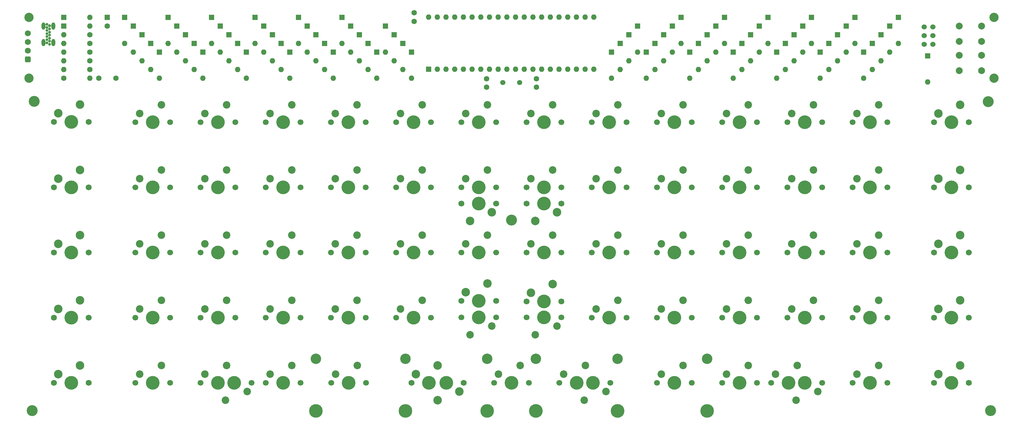
<source format=gbr>
%TF.GenerationSoftware,KiCad,Pcbnew,7.0.6*%
%TF.CreationDate,2024-02-02T12:38:06-05:00*%
%TF.ProjectId,causeway_THT,63617573-6577-4617-995f-5448542e6b69,rev?*%
%TF.SameCoordinates,Original*%
%TF.FileFunction,Soldermask,Top*%
%TF.FilePolarity,Negative*%
%FSLAX46Y46*%
G04 Gerber Fmt 4.6, Leading zero omitted, Abs format (unit mm)*
G04 Created by KiCad (PCBNEW 7.0.6) date 2024-02-02 12:38:06*
%MOMM*%
%LPD*%
G01*
G04 APERTURE LIST*
G04 Aperture macros list*
%AMRoundRect*
0 Rectangle with rounded corners*
0 $1 Rounding radius*
0 $2 $3 $4 $5 $6 $7 $8 $9 X,Y pos of 4 corners*
0 Add a 4 corners polygon primitive as box body*
4,1,4,$2,$3,$4,$5,$6,$7,$8,$9,$2,$3,0*
0 Add four circle primitives for the rounded corners*
1,1,$1+$1,$2,$3*
1,1,$1+$1,$4,$5*
1,1,$1+$1,$6,$7*
1,1,$1+$1,$8,$9*
0 Add four rect primitives between the rounded corners*
20,1,$1+$1,$2,$3,$4,$5,0*
20,1,$1+$1,$4,$5,$6,$7,0*
20,1,$1+$1,$6,$7,$8,$9,0*
20,1,$1+$1,$8,$9,$2,$3,0*%
G04 Aperture macros list end*
%ADD10C,1.700000*%
%ADD11C,4.000000*%
%ADD12C,2.200000*%
%ADD13R,1.600000X1.600000*%
%ADD14O,1.600000X1.600000*%
%ADD15C,1.750000*%
%ADD16C,2.500000*%
%ADD17C,1.600000*%
%ADD18C,3.048000*%
%ADD19C,3.987800*%
%ADD20C,2.700000*%
%ADD21C,3.200000*%
%ADD22C,1.500000*%
%ADD23C,1.752600*%
%ADD24C,3.050000*%
%ADD25C,1.524000*%
%ADD26C,2.000000*%
%ADD27RoundRect,0.438150X-0.438150X-0.438150X0.438150X-0.438150X0.438150X0.438150X-0.438150X0.438150X0*%
%ADD28RoundRect,0.252000X0.150000X0.150000X-0.150000X0.150000X-0.150000X-0.150000X0.150000X-0.150000X0*%
%ADD29C,0.804000*%
%ADD30O,1.104000X2.104000*%
G04 APERTURE END LIST*
D10*
%TO.C,SW16*%
X52070000Y-81280000D03*
D11*
X57150000Y-81280000D03*
D10*
X62230000Y-81280000D03*
D12*
X59690000Y-76200000D03*
X53340000Y-78740000D03*
%TD*%
D13*
%TO.C,D61*%
X112418000Y-31600000D03*
D14*
X112418000Y-39220000D03*
%TD*%
D13*
%TO.C,D22*%
X193698000Y-39220000D03*
D14*
X193698000Y-46840000D03*
%TD*%
D10*
%TO.C,SW8*%
X166370000Y-62230000D03*
D11*
X171450000Y-62230000D03*
D10*
X176530000Y-62230000D03*
D12*
X173990000Y-57150000D03*
X167640000Y-59690000D03*
%TD*%
D13*
%TO.C,D11*%
X226718000Y-41760000D03*
D14*
X226718000Y-49380000D03*
%TD*%
D13*
%TO.C,D46*%
X89558000Y-34140000D03*
D14*
X89558000Y-41760000D03*
%TD*%
D10*
%TO.C,SW36*%
X166370000Y-100330000D03*
D11*
X171450000Y-100330000D03*
D10*
X176530000Y-100330000D03*
D12*
X173990000Y-95250000D03*
X167640000Y-97790000D03*
%TD*%
D15*
%TO.C,SW14*%
X285432000Y-62230000D03*
D11*
X290512000Y-62230000D03*
D15*
X295592000Y-62230000D03*
D16*
X286702000Y-59690000D03*
X293052000Y-57150000D03*
%TD*%
D10*
%TO.C,SW71*%
X109248000Y-138440000D03*
D11*
X114328000Y-138440000D03*
D10*
X119408000Y-138440000D03*
D12*
X116868000Y-133360000D03*
X110518000Y-135900000D03*
%TD*%
D17*
%TO.C,R5*%
X38758000Y-41760000D03*
D14*
X31138000Y-41760000D03*
%TD*%
D13*
%TO.C,D3*%
X84478000Y-41760000D03*
D14*
X84478000Y-49380000D03*
%TD*%
D10*
%TO.C,SW51*%
X185420000Y-119380000D03*
D11*
X190500000Y-119380000D03*
D10*
X195580000Y-119380000D03*
D12*
X193040000Y-114300000D03*
X186690000Y-116840000D03*
%TD*%
D10*
%TO.C,SW2*%
X52070000Y-62230000D03*
D11*
X57150000Y-62230000D03*
D10*
X62230000Y-62230000D03*
D12*
X59690000Y-57150000D03*
X53340000Y-59690000D03*
%TD*%
D15*
%TO.C,SW28*%
X285432000Y-81280000D03*
D11*
X290512000Y-81280000D03*
D15*
X295592000Y-81280000D03*
D16*
X286702000Y-78740000D03*
X293052000Y-76200000D03*
%TD*%
D17*
%TO.C,R1*%
X38758000Y-44300000D03*
D14*
X31138000Y-44300000D03*
%TD*%
D10*
%TO.C,SW64*%
X252730000Y-138430000D03*
D11*
X247650000Y-138430000D03*
D10*
X242570000Y-138430000D03*
D12*
X245110000Y-143510000D03*
X251460000Y-140970000D03*
%TD*%
D17*
%TO.C,C1*%
X154638000Y-52060000D03*
X154638000Y-49560000D03*
%TD*%
%TO.C,R3*%
X38758000Y-39220000D03*
D14*
X31138000Y-39220000D03*
%TD*%
D18*
%TO.C,ST2u_1*%
X130937000Y-131445000D03*
D19*
X130937000Y-146655000D03*
D18*
X154813000Y-131445000D03*
D19*
X154813000Y-146655000D03*
%TD*%
D13*
%TO.C,D18*%
X94638000Y-39220000D03*
D14*
X94638000Y-46840000D03*
%TD*%
D13*
%TO.C,D25*%
X229258000Y-39220000D03*
D14*
X229258000Y-46840000D03*
%TD*%
D13*
%TO.C,U1*%
X137750000Y-46800000D03*
D14*
X140290000Y-46800000D03*
X142830000Y-46800000D03*
X145370000Y-46800000D03*
X147910000Y-46800000D03*
X150450000Y-46800000D03*
X152990000Y-46800000D03*
X155530000Y-46800000D03*
X158070000Y-46800000D03*
X160610000Y-46800000D03*
X163150000Y-46800000D03*
X165690000Y-46800000D03*
X168230000Y-46800000D03*
X170770000Y-46800000D03*
X173310000Y-46800000D03*
X175850000Y-46800000D03*
X178390000Y-46800000D03*
X180930000Y-46800000D03*
X183470000Y-46800000D03*
X186010000Y-46800000D03*
X186010000Y-31560000D03*
X183470000Y-31560000D03*
X180930000Y-31560000D03*
X178390000Y-31560000D03*
X175850000Y-31560000D03*
X173310000Y-31560000D03*
X170770000Y-31560000D03*
X168230000Y-31560000D03*
X165690000Y-31560000D03*
X163150000Y-31560000D03*
X160610000Y-31560000D03*
X158070000Y-31560000D03*
X155530000Y-31560000D03*
X152990000Y-31560000D03*
X150450000Y-31560000D03*
X147910000Y-31560000D03*
X145370000Y-31560000D03*
X142830000Y-31560000D03*
X140290000Y-31560000D03*
X137750000Y-31560000D03*
%TD*%
D13*
%TO.C,D44*%
X64158000Y-34140000D03*
D14*
X64158000Y-41760000D03*
%TD*%
D13*
%TO.C,D4*%
X97178000Y-41760000D03*
D14*
X97178000Y-49380000D03*
%TD*%
D10*
%TO.C,SW46*%
X90170000Y-119380000D03*
D11*
X95250000Y-119380000D03*
D10*
X100330000Y-119380000D03*
D12*
X97790000Y-114300000D03*
X91440000Y-116840000D03*
%TD*%
D10*
%TO.C,SW25*%
X223520000Y-81280000D03*
D11*
X228600000Y-81280000D03*
D10*
X233680000Y-81280000D03*
D12*
X231140000Y-76200000D03*
X224790000Y-78740000D03*
%TD*%
D13*
%TO.C,D41*%
X257198000Y-36680000D03*
D14*
X257198000Y-44300000D03*
%TD*%
D13*
%TO.C,D2*%
X71778000Y-41760000D03*
D14*
X71778000Y-49380000D03*
%TD*%
D10*
%TO.C,SW52*%
X204470000Y-119380000D03*
D11*
X209550000Y-119380000D03*
D10*
X214630000Y-119380000D03*
D12*
X212090000Y-114300000D03*
X205740000Y-116840000D03*
%TD*%
D13*
%TO.C,D32*%
X92098000Y-36680000D03*
D14*
X92098000Y-44300000D03*
%TD*%
D13*
%TO.C,D68*%
X31138000Y-31600000D03*
D14*
X38758000Y-31600000D03*
%TD*%
D13*
%TO.C,D20*%
X120038000Y-39220000D03*
D14*
X120038000Y-46840000D03*
%TD*%
D20*
%TO.C,REF\u002A\u002A*%
X302918000Y-49380000D03*
%TD*%
D10*
%TO.C,SW11*%
X223520000Y-62230000D03*
D11*
X228600000Y-62230000D03*
D10*
X233680000Y-62230000D03*
D12*
X231140000Y-57150000D03*
X224790000Y-59690000D03*
%TD*%
D18*
%TO.C,ST1*%
X104775000Y-131475000D03*
D19*
X104775000Y-146685000D03*
D18*
X219075000Y-131475000D03*
D19*
X219075000Y-146685000D03*
%TD*%
D13*
%TO.C,D57*%
X48918000Y-31600000D03*
D14*
X48918000Y-39220000D03*
%TD*%
D13*
%TO.C,D45*%
X76858000Y-34140000D03*
D14*
X76858000Y-41760000D03*
%TD*%
D13*
%TO.C,D50*%
X198778000Y-34140000D03*
D14*
X198778000Y-41760000D03*
%TD*%
D13*
%TO.C,D70*%
X224178000Y-31600000D03*
D14*
X224178000Y-39220000D03*
%TD*%
D10*
%TO.C,SW35*%
X147320000Y-100330000D03*
D11*
X152400000Y-100330000D03*
D10*
X157480000Y-100330000D03*
D12*
X154940000Y-95250000D03*
X148590000Y-97790000D03*
%TD*%
D10*
%TO.C,SW60*%
X90170000Y-138430000D03*
D11*
X95250000Y-138430000D03*
D10*
X100330000Y-138430000D03*
D12*
X97790000Y-133350000D03*
X91440000Y-135890000D03*
%TD*%
D10*
%TO.C,SW12*%
X242570000Y-62230000D03*
D11*
X247650000Y-62230000D03*
D10*
X252730000Y-62230000D03*
D12*
X250190000Y-57150000D03*
X243840000Y-59690000D03*
%TD*%
D13*
%TO.C,D6*%
X122578000Y-41760000D03*
D14*
X122578000Y-49380000D03*
%TD*%
D13*
%TO.C,D27*%
X254658000Y-39220000D03*
D14*
X254658000Y-46840000D03*
%TD*%
D10*
%TO.C,SW19*%
X109220000Y-81280000D03*
D11*
X114300000Y-81280000D03*
D10*
X119380000Y-81280000D03*
D12*
X116840000Y-76200000D03*
X110490000Y-78740000D03*
%TD*%
D13*
%TO.C,D63*%
X236878000Y-31600000D03*
D14*
X236878000Y-39220000D03*
%TD*%
D17*
%TO.C,R2*%
X38758000Y-46840000D03*
D14*
X31138000Y-46840000D03*
%TD*%
D10*
%TO.C,SW27*%
X261620000Y-81280000D03*
D11*
X266700000Y-81280000D03*
D10*
X271780000Y-81280000D03*
D12*
X269240000Y-76200000D03*
X262890000Y-78740000D03*
%TD*%
D13*
%TO.C,D15*%
X56538000Y-39220000D03*
D14*
X56538000Y-46840000D03*
%TD*%
D13*
%TO.C,D26*%
X241958000Y-39220000D03*
D14*
X241958000Y-46840000D03*
%TD*%
D17*
%TO.C,C3*%
X43838000Y-34140000D03*
D13*
X43838000Y-31640000D03*
%TD*%
D15*
%TO.C,SW61*%
X147955000Y-138430000D03*
D11*
X142875000Y-138430000D03*
D15*
X137795000Y-138430000D03*
D16*
X146685000Y-140970000D03*
X140335000Y-143510000D03*
%TD*%
D13*
%TO.C,D14*%
X264818000Y-41760000D03*
D14*
X264818000Y-49380000D03*
%TD*%
D13*
%TO.C,D5*%
X109878000Y-41760000D03*
D14*
X109878000Y-49380000D03*
%TD*%
D15*
%TO.C,SW15*%
X28258000Y-81280000D03*
D11*
X33338000Y-81280000D03*
D15*
X38418000Y-81280000D03*
D16*
X29528000Y-78740000D03*
X35878000Y-76200000D03*
%TD*%
D10*
%TO.C,SW3*%
X71120000Y-62230000D03*
D11*
X76200000Y-62230000D03*
D10*
X81280000Y-62230000D03*
D12*
X78740000Y-57150000D03*
X72390000Y-59690000D03*
%TD*%
D10*
%TO.C,SW72*%
X204470000Y-138460000D03*
D11*
X209550000Y-138460000D03*
D10*
X214630000Y-138460000D03*
D12*
X212090000Y-133380000D03*
X205740000Y-135920000D03*
%TD*%
D10*
%TO.C,SW39*%
X223520000Y-100330000D03*
D11*
X228600000Y-100330000D03*
D10*
X233680000Y-100330000D03*
D12*
X231140000Y-95250000D03*
X224790000Y-97790000D03*
%TD*%
D13*
%TO.C,D33*%
X104798000Y-36680000D03*
D14*
X104798000Y-44300000D03*
%TD*%
D10*
%TO.C,SW48*%
X128270000Y-119380000D03*
D11*
X133350000Y-119380000D03*
D10*
X138430000Y-119380000D03*
D12*
X135890000Y-114300000D03*
X129540000Y-116840000D03*
%TD*%
D10*
%TO.C,SW18*%
X90170000Y-81280000D03*
D11*
X95250000Y-81280000D03*
D10*
X100330000Y-81280000D03*
D12*
X97790000Y-76200000D03*
X91440000Y-78740000D03*
%TD*%
D10*
%TO.C,SW54*%
X242570000Y-119380000D03*
D11*
X247650000Y-119380000D03*
D10*
X252730000Y-119380000D03*
D12*
X250190000Y-114300000D03*
X243840000Y-116840000D03*
%TD*%
D21*
%TO.C,REF\u002A\u002A*%
X301238000Y-56260000D03*
%TD*%
D10*
%TO.C,Space1*%
X156845000Y-138460000D03*
D11*
X161925000Y-138460000D03*
D10*
X167005000Y-138460000D03*
D12*
X164465000Y-133380000D03*
X158115000Y-135920000D03*
%TD*%
D13*
%TO.C,D55*%
X259738000Y-34140000D03*
D14*
X259738000Y-41760000D03*
%TD*%
D13*
%TO.C,D24*%
X216558000Y-39220000D03*
D14*
X216558000Y-46840000D03*
%TD*%
D10*
%TO.C,SW63*%
X223520000Y-138430000D03*
D11*
X228600000Y-138430000D03*
D10*
X233680000Y-138430000D03*
D12*
X231140000Y-133350000D03*
X224790000Y-135890000D03*
%TD*%
D10*
%TO.C,SW53*%
X223520000Y-119380000D03*
D11*
X228600000Y-119380000D03*
D10*
X233680000Y-119380000D03*
D12*
X231140000Y-114300000D03*
X224790000Y-116840000D03*
%TD*%
D22*
%TO.C,Y1*%
X159438000Y-50660000D03*
X164318000Y-50660000D03*
%TD*%
D10*
%TO.C,SW32*%
X90170000Y-100330000D03*
D11*
X95250000Y-100330000D03*
D10*
X100330000Y-100330000D03*
D12*
X97790000Y-95250000D03*
X91440000Y-97790000D03*
%TD*%
D20*
%TO.C,REF\u002A\u002A*%
X20978000Y-49380000D03*
%TD*%
D13*
%TO.C,D30*%
X66698000Y-36680000D03*
D14*
X66698000Y-44300000D03*
%TD*%
D10*
%TO.C,SW47*%
X109220000Y-119380000D03*
D11*
X114300000Y-119380000D03*
D10*
X119380000Y-119380000D03*
D12*
X116840000Y-114300000D03*
X110490000Y-116840000D03*
%TD*%
D10*
%TO.C,SW59*%
X86042500Y-138430000D03*
D11*
X80962500Y-138430000D03*
D10*
X75882500Y-138430000D03*
D12*
X78422500Y-143510000D03*
X84772500Y-140970000D03*
%TD*%
D10*
%TO.C,SW33*%
X109220000Y-100330000D03*
D11*
X114300000Y-100330000D03*
D10*
X119380000Y-100330000D03*
D12*
X116840000Y-95250000D03*
X110490000Y-97790000D03*
%TD*%
D15*
%TO.C,SW57*%
X28258000Y-138430000D03*
D11*
X33338000Y-138430000D03*
D15*
X38418000Y-138430000D03*
D16*
X29528000Y-135890000D03*
X35878000Y-133350000D03*
%TD*%
D13*
%TO.C,D43*%
X51458000Y-34140000D03*
D14*
X51458000Y-41760000D03*
%TD*%
D10*
%TO.C,SW26*%
X242570000Y-81280000D03*
D11*
X247650000Y-81280000D03*
D10*
X252730000Y-81280000D03*
D12*
X250190000Y-76200000D03*
X243840000Y-78740000D03*
%TD*%
D13*
%TO.C,D29*%
X53998000Y-36680000D03*
D14*
X53998000Y-44300000D03*
%TD*%
D17*
%TO.C,R6*%
X31138000Y-49380000D03*
D14*
X38758000Y-49380000D03*
%TD*%
D10*
%TO.C,SW55*%
X261620000Y-119380000D03*
D11*
X266700000Y-119380000D03*
D10*
X271780000Y-119380000D03*
D12*
X269240000Y-114300000D03*
X262890000Y-116840000D03*
%TD*%
D10*
%TO.C,SW49*%
X157458000Y-119370000D03*
D11*
X152378000Y-119370000D03*
D10*
X147298000Y-119370000D03*
D12*
X149838000Y-124450000D03*
X156188000Y-121910000D03*
%TD*%
D23*
%TO.C,J6*%
X20600000Y-36280000D03*
%TD*%
D10*
%TO.C,SW13*%
X261620000Y-62230000D03*
D11*
X266700000Y-62230000D03*
D10*
X271780000Y-62230000D03*
D12*
X269240000Y-57150000D03*
X262890000Y-59690000D03*
%TD*%
D10*
%TO.C,SW21*%
X147320000Y-81280000D03*
D11*
X152400000Y-81280000D03*
D10*
X157480000Y-81280000D03*
D12*
X154940000Y-76200000D03*
X148590000Y-78740000D03*
%TD*%
D13*
%TO.C,D65*%
X262278000Y-31600000D03*
D14*
X262278000Y-39220000D03*
%TD*%
D13*
%TO.C,D53*%
X234338000Y-34140000D03*
D14*
X234338000Y-41760000D03*
%TD*%
D17*
%TO.C,F1*%
X46378000Y-49380000D03*
X41378000Y-49380000D03*
%TD*%
D21*
%TO.C,REFe*%
X22538000Y-56160000D03*
%TD*%
D10*
%TO.C,SW41*%
X261620000Y-100330000D03*
D11*
X266700000Y-100330000D03*
D10*
X271780000Y-100330000D03*
D12*
X269240000Y-95250000D03*
X262890000Y-97790000D03*
%TD*%
D13*
%TO.C,D16*%
X69238000Y-39220000D03*
D14*
X69238000Y-46840000D03*
%TD*%
D24*
%TO.C,SW62*%
X169098000Y-131450000D03*
D11*
X169098000Y-146690000D03*
D10*
X175918000Y-138450000D03*
D11*
X180998000Y-138450000D03*
D10*
X186078000Y-138450000D03*
D24*
X192898000Y-131450000D03*
D11*
X192898000Y-146690000D03*
D12*
X183538000Y-133370000D03*
X177188000Y-135910000D03*
%TD*%
D25*
%TO.C,ICSP1*%
X282498000Y-34380000D03*
X285038000Y-34380000D03*
X282498000Y-36920000D03*
X285038000Y-36920000D03*
X282498000Y-39460000D03*
X285038000Y-39460000D03*
%TD*%
D10*
%TO.C,SW31*%
X71120000Y-100330000D03*
D11*
X76200000Y-100330000D03*
D10*
X81280000Y-100330000D03*
D12*
X78740000Y-95250000D03*
X72390000Y-97790000D03*
%TD*%
D10*
%TO.C,SW24*%
X204470000Y-81280000D03*
D11*
X209550000Y-81280000D03*
D10*
X214630000Y-81280000D03*
D12*
X212090000Y-76200000D03*
X205740000Y-78740000D03*
%TD*%
D13*
%TO.C,D56*%
X272438000Y-34140000D03*
D14*
X272438000Y-41760000D03*
%TD*%
D13*
%TO.C,D51*%
X208938000Y-34140000D03*
D14*
X208938000Y-41760000D03*
%TD*%
D13*
%TO.C,D38*%
X219098000Y-36680000D03*
D14*
X219098000Y-44300000D03*
%TD*%
D13*
%TO.C,D34*%
X117498000Y-36680000D03*
D14*
X117498000Y-44300000D03*
%TD*%
D13*
%TO.C,D36*%
X196238000Y-36680000D03*
D14*
X196238000Y-44300000D03*
%TD*%
D26*
%TO.C,BOOT1*%
X292758000Y-34140000D03*
X299258000Y-34140000D03*
X292758000Y-38640000D03*
X299258000Y-38640000D03*
%TD*%
D13*
%TO.C,D21*%
X130198000Y-39220000D03*
D14*
X130198000Y-46840000D03*
%TD*%
D13*
%TO.C,D17*%
X81938000Y-39220000D03*
D14*
X81938000Y-46840000D03*
%TD*%
D27*
%TO.C,J6*%
X20600000Y-43900000D03*
%TD*%
D13*
%TO.C,D47*%
X102258000Y-34140000D03*
D14*
X102258000Y-41760000D03*
%TD*%
D10*
%TO.C,SW22*%
X166370000Y-81280000D03*
D11*
X171450000Y-81280000D03*
D10*
X176530000Y-81280000D03*
D12*
X173990000Y-76200000D03*
X167640000Y-78740000D03*
%TD*%
D10*
%TO.C,SW23*%
X185420000Y-81280000D03*
D11*
X190500000Y-81280000D03*
D10*
X195580000Y-81280000D03*
D12*
X193040000Y-76200000D03*
X186690000Y-78740000D03*
%TD*%
D10*
%TO.C,SW45*%
X71120000Y-119380000D03*
D11*
X76200000Y-119380000D03*
D10*
X81280000Y-119380000D03*
D12*
X78740000Y-114300000D03*
X72390000Y-116840000D03*
%TD*%
D15*
%TO.C,SW43*%
X28258000Y-119380000D03*
D11*
X33338000Y-119380000D03*
D15*
X38418000Y-119380000D03*
D16*
X29528000Y-116840000D03*
X35878000Y-114300000D03*
%TD*%
D13*
%TO.C,D60*%
X87018000Y-31600000D03*
D14*
X87018000Y-39220000D03*
%TD*%
D15*
%TO.C,SW66*%
X285432000Y-138430000D03*
D11*
X290512000Y-138430000D03*
D15*
X295592000Y-138430000D03*
D16*
X286702000Y-135890000D03*
X293052000Y-133350000D03*
%TD*%
D15*
%TO.C,SW42*%
X285432000Y-100330000D03*
D11*
X290512000Y-100330000D03*
D15*
X295592000Y-100330000D03*
D16*
X286702000Y-97790000D03*
X293052000Y-95250000D03*
%TD*%
D10*
%TO.C,SW62*%
X190817500Y-138430000D03*
D11*
X185737500Y-138430000D03*
D10*
X180657500Y-138430000D03*
D12*
X183197500Y-143510000D03*
X189547500Y-140970000D03*
%TD*%
D10*
%TO.C,SW30*%
X52070000Y-100330000D03*
D11*
X57150000Y-100330000D03*
D10*
X62230000Y-100330000D03*
D12*
X59690000Y-95250000D03*
X53340000Y-97790000D03*
%TD*%
D10*
%TO.C,SW38*%
X204470000Y-100330000D03*
D11*
X209550000Y-100330000D03*
D10*
X214630000Y-100330000D03*
D12*
X212090000Y-95250000D03*
X205740000Y-97790000D03*
%TD*%
D13*
%TO.C,D35*%
X127658000Y-36680000D03*
D14*
X127658000Y-44300000D03*
%TD*%
D13*
%TO.C,D52*%
X221638000Y-34140000D03*
D14*
X221638000Y-41760000D03*
%TD*%
D20*
%TO.C,REF\u002A\u002A*%
X20978000Y-31600000D03*
%TD*%
D10*
%TO.C,SW64*%
X237807500Y-138430000D03*
D11*
X242887500Y-138430000D03*
D10*
X247967500Y-138430000D03*
D12*
X245427500Y-133350000D03*
X239077500Y-135890000D03*
%TD*%
D17*
%TO.C,C2*%
X169188000Y-49560000D03*
X169188000Y-52060000D03*
%TD*%
%TO.C,C4*%
X133540000Y-30300000D03*
X133540000Y-32800000D03*
%TD*%
D10*
%TO.C,SW9*%
X185420000Y-62230000D03*
D11*
X190500000Y-62230000D03*
D10*
X195580000Y-62230000D03*
D12*
X193040000Y-57150000D03*
X186690000Y-59690000D03*
%TD*%
D13*
%TO.C,D13*%
X252118000Y-41760000D03*
D14*
X252118000Y-49380000D03*
%TD*%
D15*
%TO.C,SW29*%
X28258000Y-100330000D03*
D11*
X33338000Y-100330000D03*
D15*
X38418000Y-100330000D03*
D16*
X29528000Y-97790000D03*
X35878000Y-95250000D03*
%TD*%
D15*
%TO.C,SW68*%
X176530000Y-86030000D03*
D11*
X171450000Y-86030000D03*
D15*
X166370000Y-86030000D03*
D16*
X175260000Y-88570000D03*
X168910000Y-91110000D03*
%TD*%
D13*
%TO.C,D54*%
X247038000Y-34140000D03*
D14*
X247038000Y-41760000D03*
%TD*%
D13*
%TO.C,D39*%
X231798000Y-36680000D03*
D14*
X231798000Y-44300000D03*
%TD*%
D15*
%TO.C,SW69*%
X147270000Y-114530000D03*
D11*
X152350000Y-114530000D03*
D15*
X157430000Y-114530000D03*
D16*
X148540000Y-111990000D03*
X154890000Y-109450000D03*
%TD*%
D13*
%TO.C,D19*%
X107338000Y-39220000D03*
D14*
X107338000Y-46840000D03*
%TD*%
D13*
%TO.C,D59*%
X74318000Y-31600000D03*
D14*
X74318000Y-39220000D03*
%TD*%
D10*
%TO.C,SW37*%
X185420000Y-100330000D03*
D11*
X190500000Y-100330000D03*
D10*
X195580000Y-100330000D03*
D12*
X193040000Y-95250000D03*
X186690000Y-97790000D03*
%TD*%
D21*
%TO.C,REF\u002A\u002A*%
X161938000Y-90860000D03*
%TD*%
D13*
%TO.C,D69*%
X99718000Y-31600000D03*
D14*
X99718000Y-39220000D03*
%TD*%
D10*
%TO.C,SW20*%
X128270000Y-81280000D03*
D11*
X133350000Y-81280000D03*
D10*
X138430000Y-81280000D03*
D12*
X135890000Y-76200000D03*
X129540000Y-78740000D03*
%TD*%
D13*
%TO.C,D67*%
X31138000Y-34140000D03*
D14*
X38758000Y-34140000D03*
%TD*%
D21*
%TO.C,REF\u002A\u002A*%
X21938000Y-146560000D03*
%TD*%
D13*
%TO.C,D7*%
X132738000Y-41760000D03*
D14*
X132738000Y-49380000D03*
%TD*%
D17*
%TO.C,R4*%
X38758000Y-36680000D03*
D14*
X31138000Y-36680000D03*
%TD*%
D10*
%TO.C,SW65*%
X261620000Y-138430000D03*
D11*
X266700000Y-138430000D03*
D10*
X271780000Y-138430000D03*
D12*
X269240000Y-133350000D03*
X262890000Y-135890000D03*
%TD*%
D15*
%TO.C,SW67*%
X157430000Y-86030000D03*
D11*
X152350000Y-86030000D03*
D15*
X147270000Y-86030000D03*
D16*
X156160000Y-88570000D03*
X149810000Y-91110000D03*
%TD*%
D13*
%TO.C,D23*%
X203858000Y-39220000D03*
D14*
X203858000Y-46840000D03*
%TD*%
D10*
%TO.C,SW58*%
X52070000Y-138430000D03*
D11*
X57150000Y-138430000D03*
D10*
X62230000Y-138430000D03*
D12*
X59690000Y-133350000D03*
X53340000Y-135890000D03*
%TD*%
D10*
%TO.C,SW10*%
X204470000Y-62230000D03*
D11*
X209550000Y-62230000D03*
D10*
X214630000Y-62230000D03*
D12*
X212090000Y-57150000D03*
X205740000Y-59690000D03*
%TD*%
D13*
%TO.C,D9*%
X201318000Y-41760000D03*
D14*
X201318000Y-49380000D03*
%TD*%
D13*
%TO.C,D71*%
X283527500Y-42862500D03*
D14*
X283527500Y-50482500D03*
%TD*%
D13*
%TO.C,D12*%
X239418000Y-41760000D03*
D14*
X239418000Y-49380000D03*
%TD*%
D13*
%TO.C,D28*%
X267358000Y-39220000D03*
D14*
X267358000Y-46840000D03*
%TD*%
D10*
%TO.C,SW34*%
X128270000Y-100330000D03*
D11*
X133350000Y-100330000D03*
D10*
X138430000Y-100330000D03*
D12*
X135890000Y-95250000D03*
X129540000Y-97790000D03*
%TD*%
D13*
%TO.C,D40*%
X244498000Y-36680000D03*
D14*
X244498000Y-44300000D03*
%TD*%
D10*
%TO.C,SW59*%
X71120000Y-138430000D03*
D11*
X76200000Y-138430000D03*
D10*
X81280000Y-138430000D03*
D12*
X78740000Y-133350000D03*
X72390000Y-135890000D03*
%TD*%
D13*
%TO.C,D31*%
X79398000Y-36680000D03*
D14*
X79398000Y-44300000D03*
%TD*%
D20*
%TO.C,REF\u002A\u002A*%
X302918000Y-31600000D03*
%TD*%
D15*
%TO.C,SW56*%
X285432000Y-119380000D03*
D11*
X290512000Y-119380000D03*
D15*
X295592000Y-119380000D03*
D16*
X286702000Y-116840000D03*
X293052000Y-114300000D03*
%TD*%
D21*
%TO.C,REF\u002A\u002A*%
X301938000Y-146560000D03*
%TD*%
D15*
%TO.C,SW70*%
X166370000Y-114630000D03*
D11*
X171450000Y-114630000D03*
D15*
X176530000Y-114630000D03*
D16*
X167640000Y-112090000D03*
X173990000Y-109550000D03*
%TD*%
D13*
%TO.C,D58*%
X61618000Y-31600000D03*
D14*
X61618000Y-39220000D03*
%TD*%
D10*
%TO.C,SW4*%
X90170000Y-62230000D03*
D11*
X95250000Y-62230000D03*
D10*
X100330000Y-62230000D03*
D12*
X97790000Y-57150000D03*
X91440000Y-59690000D03*
%TD*%
D13*
%TO.C,D64*%
X249578000Y-31600000D03*
D14*
X249578000Y-39220000D03*
%TD*%
D26*
%TO.C,RESET1*%
X292758000Y-42690000D03*
X299258000Y-42690000D03*
X292758000Y-47190000D03*
X299258000Y-47190000D03*
%TD*%
D23*
%TO.C,J6*%
X20600000Y-38820000D03*
%TD*%
D28*
%TO.C,J1*%
X27018000Y-34090000D03*
D29*
X27018000Y-34990000D03*
X27018000Y-35890000D03*
X27018000Y-36790000D03*
X27018000Y-37690000D03*
X27018000Y-38590000D03*
X27018000Y-39490000D03*
X26238000Y-39040000D03*
X26238000Y-38140000D03*
X26238000Y-37240000D03*
X26238000Y-36340000D03*
X26238000Y-35440000D03*
X26238000Y-34540000D03*
X26238000Y-33640000D03*
D30*
X28058000Y-34140000D03*
X25198000Y-34140000D03*
X28058000Y-38940000D03*
X25198000Y-38940000D03*
%TD*%
D13*
%TO.C,D66*%
X274978000Y-31600000D03*
D14*
X274978000Y-39220000D03*
%TD*%
D13*
%TO.C,D62*%
X211478000Y-31600000D03*
D14*
X211478000Y-39220000D03*
%TD*%
D13*
%TO.C,D42*%
X269898000Y-36680000D03*
D14*
X269898000Y-44300000D03*
%TD*%
D13*
%TO.C,D8*%
X191158000Y-41760000D03*
D14*
X191158000Y-49380000D03*
%TD*%
D10*
%TO.C,SW6*%
X128270000Y-62230000D03*
D11*
X133350000Y-62230000D03*
D10*
X138430000Y-62230000D03*
D12*
X135890000Y-57150000D03*
X129540000Y-59690000D03*
%TD*%
D10*
%TO.C,SW40*%
X242570000Y-100330000D03*
D11*
X247650000Y-100330000D03*
D10*
X252730000Y-100330000D03*
D12*
X250190000Y-95250000D03*
X243840000Y-97790000D03*
%TD*%
D13*
%TO.C,D48*%
X114958000Y-34140000D03*
D14*
X114958000Y-41760000D03*
%TD*%
D13*
%TO.C,D49*%
X125118000Y-34140000D03*
D14*
X125118000Y-41760000D03*
%TD*%
D10*
%TO.C,SW44*%
X52070000Y-119380000D03*
D11*
X57150000Y-119380000D03*
D10*
X62230000Y-119380000D03*
D12*
X59690000Y-114300000D03*
X53340000Y-116840000D03*
%TD*%
D10*
%TO.C,SW7*%
X147320000Y-62230000D03*
D11*
X152400000Y-62230000D03*
D10*
X157480000Y-62230000D03*
D12*
X154940000Y-57150000D03*
X148590000Y-59690000D03*
%TD*%
D13*
%TO.C,D37*%
X206398000Y-36680000D03*
D14*
X206398000Y-44300000D03*
%TD*%
D13*
%TO.C,D10*%
X214018000Y-41760000D03*
D14*
X214018000Y-49380000D03*
%TD*%
D10*
%TO.C,SW5*%
X109220000Y-62230000D03*
D11*
X114300000Y-62230000D03*
D10*
X119380000Y-62230000D03*
D12*
X116840000Y-57150000D03*
X110490000Y-59690000D03*
%TD*%
D10*
%TO.C,SW17*%
X71120000Y-81280000D03*
D11*
X76200000Y-81280000D03*
D10*
X81280000Y-81280000D03*
D12*
X78740000Y-76200000D03*
X72390000Y-78740000D03*
%TD*%
D13*
%TO.C,D1*%
X59078000Y-41760000D03*
D14*
X59078000Y-49380000D03*
%TD*%
D10*
%TO.C,SW50*%
X176548000Y-119370000D03*
D11*
X171468000Y-119370000D03*
D10*
X166388000Y-119370000D03*
D12*
X168928000Y-124450000D03*
X175278000Y-121910000D03*
%TD*%
D15*
%TO.C,SW1*%
X28300000Y-62190000D03*
D11*
X33380000Y-62190000D03*
D15*
X38460000Y-62190000D03*
D16*
X29570000Y-59650000D03*
X35920000Y-57110000D03*
%TD*%
D23*
%TO.C,J6*%
X20600000Y-41360000D03*
%TD*%
D15*
%TO.C,SW61*%
X132715500Y-138430000D03*
D11*
X137795500Y-138430000D03*
D15*
X142875500Y-138430000D03*
D16*
X140335500Y-133350000D03*
X133985500Y-135890000D03*
%TD*%
M02*

</source>
